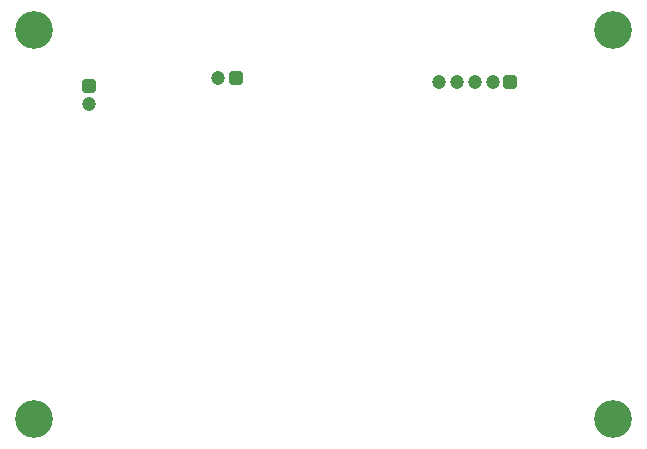
<source format=gbr>
%TF.GenerationSoftware,KiCad,Pcbnew,(6.0.11-0)*%
%TF.CreationDate,2025-10-07T00:59:29-07:00*%
%TF.ProjectId,27M_TX_Board_R1.1,32374d5f-5458-45f4-926f-6172645f5231,rev?*%
%TF.SameCoordinates,Original*%
%TF.FileFunction,Soldermask,Bot*%
%TF.FilePolarity,Negative*%
%FSLAX46Y46*%
G04 Gerber Fmt 4.6, Leading zero omitted, Abs format (unit mm)*
G04 Created by KiCad (PCBNEW (6.0.11-0)) date 2025-10-07 00:59:29*
%MOMM*%
%LPD*%
G01*
G04 APERTURE LIST*
G04 Aperture macros list*
%AMRoundRect*
0 Rectangle with rounded corners*
0 $1 Rounding radius*
0 $2 $3 $4 $5 $6 $7 $8 $9 X,Y pos of 4 corners*
0 Add a 4 corners polygon primitive as box body*
4,1,4,$2,$3,$4,$5,$6,$7,$8,$9,$2,$3,0*
0 Add four circle primitives for the rounded corners*
1,1,$1+$1,$2,$3*
1,1,$1+$1,$4,$5*
1,1,$1+$1,$6,$7*
1,1,$1+$1,$8,$9*
0 Add four rect primitives between the rounded corners*
20,1,$1+$1,$2,$3,$4,$5,0*
20,1,$1+$1,$4,$5,$6,$7,0*
20,1,$1+$1,$6,$7,$8,$9,0*
20,1,$1+$1,$8,$9,$2,$3,0*%
G04 Aperture macros list end*
%ADD10RoundRect,0.300000X0.300000X0.300000X-0.300000X0.300000X-0.300000X-0.300000X0.300000X-0.300000X0*%
%ADD11C,1.200000*%
%ADD12C,3.200000*%
%ADD13RoundRect,0.300000X-0.300000X0.300000X-0.300000X-0.300000X0.300000X-0.300000X0.300000X0.300000X0*%
G04 APERTURE END LIST*
D10*
%TO.C,J1*%
X246300000Y-29400000D03*
D11*
X244800000Y-29400000D03*
X243300000Y-29400000D03*
X241800000Y-29400000D03*
X240300000Y-29400000D03*
%TD*%
D12*
%TO.C,H2*%
X206000000Y-25000000D03*
%TD*%
D13*
%TO.C,J2*%
X210600000Y-29775000D03*
D11*
X210600000Y-31275000D03*
%TD*%
D10*
%TO.C,J3*%
X223050000Y-29100000D03*
D11*
X221550000Y-29100000D03*
%TD*%
D12*
%TO.C,H4*%
X255000000Y-58000000D03*
%TD*%
%TO.C,H1*%
X255000000Y-25000000D03*
%TD*%
%TO.C,H3*%
X206000000Y-58000000D03*
%TD*%
M02*

</source>
